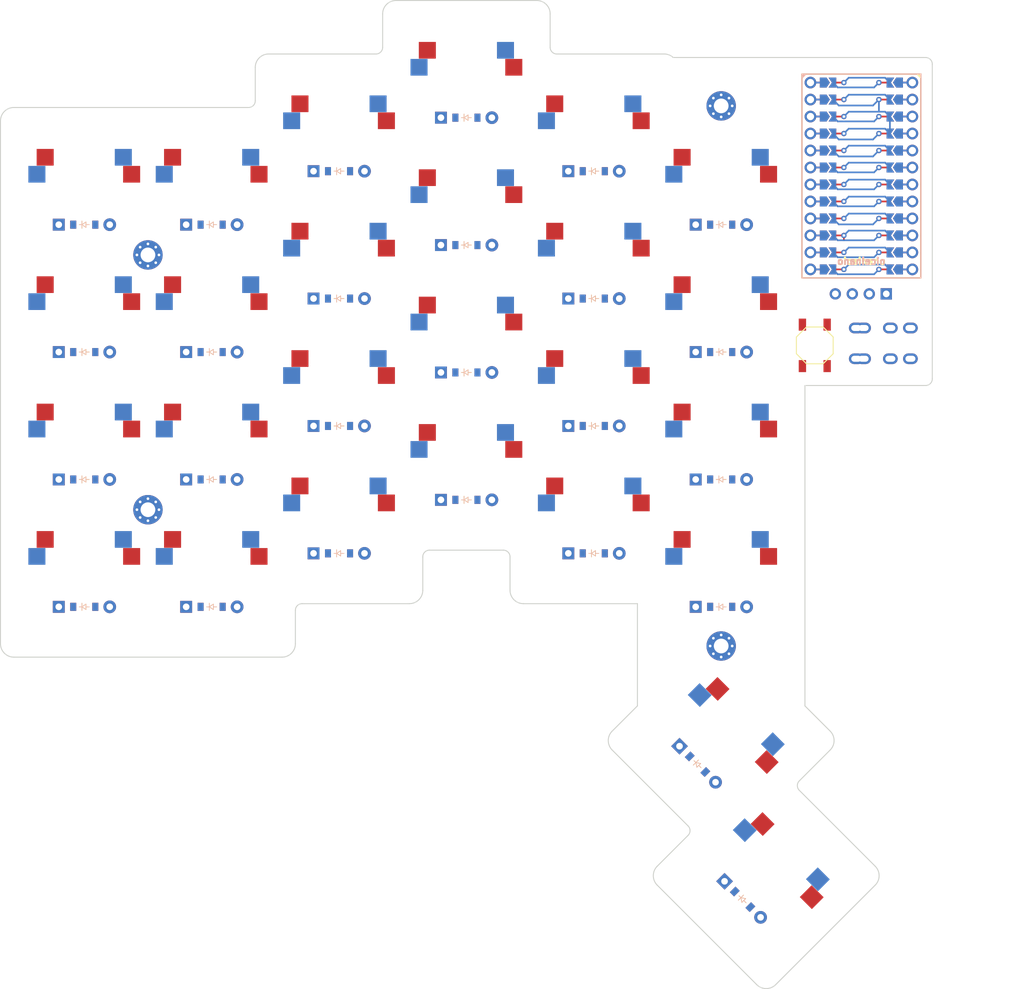
<source format=kicad_pcb>
(kicad_pcb (version 20241229) (generator "pcbnew") (generator_version "9.0")
  (title_block (title "main_pcb") (rev "v1.0.0") (company "Unknown"))
  (layers (0 "F.Cu" signal) (2 "B.Cu" signal) (13 "F.Paste" user) (15 "B.Paste" user) (5 "F.SilkS" user) (7 "B.SilkS" user) (1 "F.Mask" user) (3 "B.Mask" user) (25 "Edge.Cuts" user))
  (net 0 "")
  (net 1 "P14")
  (net 2 "pinky_bottom")
  (net 3 "pinky_home")
  (net 4 "pinky_num")
  (net 5 "pinky_top")
  (net 6 "P16")
  (net 7 "ring_bottom")
  (net 8 "ring_home")
  (net 9 "ring_num")
  (net 10 "ring_top")
  (net 11 "P10")
  (net 12 "middle_bottom")
  (net 13 "middle_home")
  (net 14 "middle_num")
  (net 15 "middle_top")
  (net 16 "P7")
  (net 17 "index_bottom")
  (net 18 "index_home")
  (net 19 "index_num")
  (net 20 "index_top")
  (net 21 "P8")
  (net 22 "inner_bottom")
  (net 23 "inner_home")
  (net 24 "inner_num")
  (net 25 "inner_top")
  (net 26 "P9")
  (net 27 "aditional_bottom")
  (net 28 "aditional_home")
  (net 29 "aditional_num")
  (net 30 "aditional_top")
  (net 31 "one_main")
  (net 32 "two_main")
  (net 33 "P18")
  (net 34 "P19")
  (net 35 "P20")
  (net 36 "P21")
  (net 37 "P15")
  (net 38 "RAW")
  (net 39 "GND")
  (net 40 "RST")
  (net 41 "VCC")
  (net 42 "P1")
  (net 43 "P0")
  (net 44 "P2")
  (net 45 "P3")
  (net 46 "P4")
  (net 47 "P5")
  (net 48 "P6")
  (net 49 "1")
  (net 50 "2")
  (net 51 "3")
  (net 52 "4")
  (net 53 "5")
  (net 54 "6")
  (net 55 "7")
  (net 56 "8")
  (net 57 "9")
  (net 58 "10")
  (net 59 "11")
  (net 60 "12")
  (net 61 "13")
  (net 62 "14")
  (net 63 "15")
  (net 64 "16")
  (net 65 "17")
  (net 66 "18")
  (net 67 "19")
  (net 68 "20")
  (net 69 "21")
  (net 70 "22")
  (net 71 "23")
  (net 72 "24")
  (footprint "E73:SW_TACT_ALPS_SKQGABE010" (layer "F.Cu") (at 259.25 115.9 90)
    (property "Reference" "B1" (hide yes))
    (property "Value" "" (hide yes))
  )
  (footprint "ComboDiode" (layer "F.Cu") (at 188.1 147)
    (property "Reference" "D9" (hide yes))
    (property "Value" "" (hide yes))
  )
  (footprint "ComboDiode" (layer "F.Cu") (at 150 97.85)
    (property "Reference" "D4" (hide yes))
    (property "Value" "" (hide yes))
  )
  (footprint "ComboDiode" (layer "F.Cu") (at 245.25 97.85)
    (property "Reference" "D24" (hide yes))
    (property "Value" "" (hide yes))
  )
  (footprint "ComboDiode" (layer "F.Cu") (at 226.2 127.95)
    (property "Reference" "D18" (hide yes))
    (property "Value" "" (hide yes))
  )
  (footprint "ComboDiode" (layer "F.Cu") (at 207.15 139)
    (property "Reference" "D13" (hide yes))
    (property "Value" "" (hide yes))
  )
  (footprint "MX" (layer "F.Cu") (at 251.985192 195.205576 -45)
    (property "Reference" "S26" (hide yes))
    (property "Value" "" (hide yes))
  )
  (footprint "MX" (layer "F.Cu") (at 245.25 130.95)
    (property "Reference" "S22" (hide yes))
    (property "Value" "" (hide yes))
  )
  (footprint "MX" (layer "F.Cu") (at 188.1 84.85)
    (property "Reference" "S12" (hide yes))
    (property "Value" "" (hide yes))
  )
  (footprint "MX" (layer "F.Cu") (at 188.1 103.9)
    (property "Reference" "S11" (hide yes))
    (property "Value" "" (hide yes))
  )
  (footprint "nice!nano_v2" (layer "F.Cu") (at 266.219992 90.569994)
    (property "Reference" "MCU1" (hide yes))
    (property "Value" "nice!nano_v2" (hide yes))
  )
  (footprint "MX" (layer "F.Cu") (at 188.1 142)
    (property "Reference" "S9" (hide yes))
    (property "Value" "" (hide yes))
  )
  (footprint "ComboDiode" (layer "F.Cu") (at 245.25 135.95)
    (property "Reference" "D22" (hide yes))
    (property "Value" "" (hide yes))
  )
  (footprint "ComboDiode" (layer "F.Cu") (at 169.05 155)
    (property "Reference" "D5" (hide yes))
    (property "Value" "" (hide yes))
  )
  (footprint "MX" (layer "F.Cu") (at 150 92.85)
    (property "Reference" "S4" (hide yes))
    (property "Value" "" (hide yes))
  )
  (footprint "MX" (layer "F.Cu") (at 226.2 84.85)
    (property "Reference" "S20" (hide yes))
    (property "Value" "" (hide yes))
  )
  (footprint "MX" (layer "F.Cu") (at 207.15 95.9)
    (property "Reference" "S15" (hide yes))
    (property "Value" "" (hide yes))
  )
  (footprint "ComboDiode" (layer "F.Cu") (at 241.714466 178.535534 -45)
    (property "Reference" "D25" (hide yes))
    (property "Value" "" (hide yes))
  )
  (footprint "ComboDiode" (layer "F.Cu") (at 188.1 108.9)
    (property "Reference" "D11" (hide yes))
    (property "Value" "" (hide yes))
  )
  (footprint "ComboDiode" (layer "F.Cu") (at 150 155)
    (property "Reference" "D1" (hide yes))
    (property "Value" "" (hide yes))
  )
  (footprint "ComboDiode" (layer "F.Cu") (at 226.2 89.85)
    (property "Reference" "D20" (hide yes))
    (property "Value" "" (hide yes))
  )
  (footprint "MX" (layer "F.Cu") (at 169.05 150)
    (property "Reference" "S5" (hide yes))
    (property "Value" "" (hide yes))
  )
  (footprint "ComboDiode" (layer "F.Cu") (at 226.2 108.9)
    (property "Reference" "D19" (hide yes))
    (property "Value" "" (hide yes))
  )
  (footprint "ComboDiode" (layer "F.Cu") (at 207.15 119.95)
    (property "Reference" "D14" (hide yes))
    (property "Value" "" (hide yes))
  )
  (footprint "MX" (layer "F.Cu") (at 169.05 92.85)
    (property "Reference" "S8" (hide yes))
    (property "Value" "" (hide yes))
  )
  (footprint "MX" (layer "F.Cu") (at 188.1 122.95)
    (property "Reference" "S10" (hide yes))
    (property "Value" "" (hide yes))
  )
  (footprint "ComboDiode" (layer "F.Cu") (at 226.2 147)
    (property "Reference" "D17" (hide yes))
    (property "Value" "" (hide yes))
  )
  (footprint "ComboDiode" (layer "F.Cu") (at 169.05 116.9)
    (property "Reference" "D7" (hide yes))
    (property "Value" "" (hide yes))
  )
  (footprint "ComboDiode" (layer "F.Cu") (at 188.1 89.85)
    (property "Reference" "D12" (hide yes))
    (property "Value" "" (hide yes))
  )
  (footprint "ComboDiode" (layer "F.Cu") (at 248.449658 198.74111 -45)
    (property "Reference" "D26" (hide yes))
    (property "Value" "" (hide yes))
  )
  (footprint "TRRS-PJ-320A-dual" (layer "F.Cu") (at 276.75 117.9 -90)
    (property "Reference" "TRRS1")
    (property "Value" "TRRS-PJ-320A-dual")
  )
  (footprint "MX" (layer "F.Cu") (at 226.2 103.9)
    (property "Reference" "S19" (hide yes))
    (property "Value" "" (hide yes))
  )
  (footprint "ComboDiode" (layer "F.Cu") (at 207.15 81.85)
    (property "Reference" "D16" (hide yes))
    (property "Value" "" (hide yes))
  )
  (footprint "MX" (layer "F.Cu") (at 150 150)
    (property "Reference" "S1" (hide yes))
    (property "Value" "" (hide yes))
  )
  (footprint "MX" (layer "F.Cu") (at 169.05 130.95)
    (property "Reference" "S6" (hide yes))
    (property "Value" "" (hide yes))
  )
  (footprint "MX" (layer "F.Cu") (at 169.05 111.9)
    (property "Reference" "S7" (hide yes))
    (property "Value" "" (hide yes))
  )
  (footprint "ComboDiode" (layer "F.Cu") (at 188.1 127.95)
    (property "Reference" "D10" (hide yes))
    (property "Value" "" (hide yes))
  )
  (footprint "MX" (layer "F.Cu") (at 207.15 76.85)
    (property "Reference" "S16" (hide yes))
    (property "Value" "" (hide yes))
  )
  (footprint "MX" (layer "F.Cu") (at 226.2 142)
    (property "Reference" "S17" (hide yes))
    (property "Value" "" (hide yes))
  )
  (footprint "MX" (layer "F.Cu") (at 207.15 134)
    (property "Reference" "S13" (hide yes))
    (property "Value" "" (hide yes))
  )
  (footprint "MX" (layer "F.Cu") (at 226.2 122.95)
    (property "Reference" "S18" (hide yes))
    (property "Value" "" (hide yes))
  )
  (footprint "MountingHole_2.2mm_M2_Pad_Via" (layer "F.Cu") (at 245.25 80.0865)
    (property "Reference" "_3" (hide yes))
    (property "Value" "")
  )
  (footprint "ComboDiode" (layer "F.Cu") (at 169.05 135.95)
    (property "Reference" "D6" (hide yes))
    (property "Value" "" (hide yes))
  )
  (footprint "MX" (layer "F.Cu") (at 245.25 150)
    (property "Reference" "S21" (hide yes))
    (property "Value" "" (hide yes))
  )
  (footprint "ComboDiode" (layer "F.Cu") (at 150 116.9)
    (property "Reference" "D3" (hide yes))
    (property "Value" "" (hide yes))
  )
  (footprint "ComboDiode" (layer "F.Cu") (at 150 135.95)
    (property "Reference" "D2" (hide yes))
    (property "Value" "" (hide yes))
  )
  (footprint "ComboDiode" (layer "F.Cu") (at 245.25 155)
    (property "Reference" "D21" (hide yes))
    (property "Value" "" (hide yes))
  )
  (footprint "MX" (layer "F.Cu") (at 245.25 175 -45)
    (property "Reference" "S25" (hide yes))
    (property "Value" "" (hide yes))
  )
  (footprint "ComboDiode" (layer "F.Cu") (at 245.25 116.9)
    (property "Reference" "D23" (hide yes))
    (property "Value" "" (hide yes))
  )
  (footprint "MX" (layer "F.Cu") (at 245.25 111.9)
    (property "Reference" "S23" (hide yes))
    (property "Value" "" (hide yes))
  )
  (footprint "MountingHole_2.2mm_M2_Pad_Via" (layer "F.Cu") (at 245.25 160.8585)
    (property "Reference" "_4" (hide yes))
    (property "Value" "")
  )
  (footprint "MX" (layer "F.Cu") (at 150 111.9)
    (property "Reference" "S3" (hide yes))
    (property "Value" "" (hide yes))
  )
  (footprint "MountingHole_2.2mm_M2_Pad_Via" (layer "F.Cu") (at 159.525 102.375)
    (property "Reference" "_1" (hide yes))
    (property "Value" "")
  )
  (footprint "MX" (layer "F.Cu") (at 207.15 114.95)
    (property "Reference" "S14" (hide yes))
    (property "Value" "" (hide yes))
  )
  (footprint "lib:OLED_headers" (layer "F.Cu") (at 260.14 109.8 90)
    (property "Reference" "OLED1" (hide yes))
    (property "Value" "OLED")
  )
  (footprint "MX" (layer "F.Cu") (at 150 130.95)
    (property "Reference" "S2" (hide yes))
    (property "Value" "" (hide yes))
  )
  (footprint "MountingHole_2.2mm_M2_Pad_Via" (layer "F.Cu") (at 159.525 140.475)
    (property "Reference" "_2" (hide yes))
    (property "Value" "")
  )
  (footprint "MX" (layer "F.Cu") (at 245.25 92.85)
    (property "Reference" "S24" (hide yes))
    (property "Value" "" (hide yes))
  )
  (footprint "ComboDiode" (layer "F.Cu") (at 169.05 97.85)
    (property "Reference" "D8" (hide yes))
    (property "Value" "" (hide yes))
  )
  (footprint "ComboDiode" (layer "F.Cu") (at 207.15 100.9)
    (property "Reference" "D15" (hide yes))
    (property "Value" "" (hide yes))
  )
  (gr_line (start 220.675 72.325) (end 236.725 72.325) (stroke (width 0.15)) (layer "Edge.Cuts"))
  (gr_line (start 217.675 64.325) (end 196.625 64.325) (stroke (width 0.15)) (layer "Edge.Cuts"))
  (gr_line (start 213.675 147.525) (end 213.675 152.525) (stroke (width 0.15)) (layer "Edge.Cuts"))
  (gr_line (start 268.284003 193.791363) (end 256.93494 182.442299) (stroke (width 0.15)) (layer "Edge.Cuts"))
  (gr_arc (start 194.625 66.325) (mid 195.210786 64.910786) (end 196.625 64.325) (stroke (width 0.15)) (layer "Edge.Cuts"))
  (gr_line (start 276.825 120.9) (end 276.825 73.85) (stroke (width 0.15)) (layer "Edge.Cuts"))
  (gr_arc (start 261.548812 173.585787) (mid 262.134598 175.000001) (end 261.548811 176.414214) (stroke (width 0.15)) (layer "Edge.Cuts"))
  (gr_line (start 139.475 162.525) (end 179.575 162.525) (stroke (width 0.15)) (layer "Edge.Cuts"))
  (gr_arc (start 240.300253 187.763277) (mid 240.593146 188.470384) (end 240.300253 189.177491) (stroke (width 0.15)) (layer "Edge.Cuts"))
  (gr_arc (start 256.934939 182.442298) (mid 256.642046 181.735191) (end 256.93494 181.028085) (stroke (width 0.15)) (layer "Edge.Cuts"))
  (gr_arc (start 137.475 82.325) (mid 138.060786 80.910786) (end 139.475 80.325) (stroke (width 0.15)) (layer "Edge.Cuts"))
  (gr_arc (start 181.575 160.525) (mid 180.989214 161.939214) (end 179.575 162.525) (stroke (width 0.15)) (layer "Edge.Cuts"))
  (gr_line (start 257.775 121.9) (end 275.825 121.9) (stroke (width 0.15)) (layer "Edge.Cuts"))
  (gr_line (start 256.93494 181.028085) (end 261.548811 176.414214) (stroke (width 0.15)) (layer "Edge.Cuts"))
  (gr_line (start 175.575 74.325) (end 175.575 79.325) (stroke (width 0.15)) (layer "Edge.Cuts"))
  (gr_line (start 253.399406 211.504388) (end 268.284003 196.61979) (stroke (width 0.15)) (layer "Edge.Cuts"))
  (gr_arc (start 220.675 72.325) (mid 219.967893 72.032107) (end 219.675 71.325) (stroke (width 0.15)) (layer "Edge.Cuts"))
  (gr_arc (start 200.625 152.525) (mid 200.039214 153.939214) (end 198.625 154.525) (stroke (width 0.15)) (layer "Edge.Cuts"))
  (gr_line (start 235.686381 196.61979) (end 250.570979 211.504388) (stroke (width 0.15)) (layer "Edge.Cuts"))
  (gr_arc (start 181.575 155.525) (mid 181.867893 154.817893) (end 182.575 154.525) (stroke (width 0.15)) (layer "Edge.Cuts"))
  (gr_line (start 232.725 169.811975) (end 228.951189 173.585786) (stroke (width 0.15)) (layer "Edge.Cuts"))
  (gr_line (start 177.575 72.325) (end 193.625 72.325) (stroke (width 0.15)) (layer "Edge.Cuts"))
  (gr_arc (start 175.575 74.325) (mid 176.160786 72.910786) (end 177.575 72.325) (stroke (width 0.15)) (layer "Edge.Cuts"))
  (gr_line (start 261.548811 173.585786) (end 257.775 169.811975) (stroke (width 0.15)) (layer "Edge.Cuts"))
  (gr_line (start 181.575 160.525) (end 181.575 155.525) (stroke (width 0.15)) (layer "Edge.Cuts"))
  (gr_line (start 240.300252 189.177491) (end 235.686381 193.791363) (stroke (width 0.15)) (layer "Edge.Cuts"))
  (gr_line (start 219.675 71.325) (end 219.675 66.325) (stroke (width 0.15)) (layer "Edge.Cuts"))
  (gr_line (start 139.475 80.325) (end 174.575 80.325) (stroke (width 0.15)) (layer "Edge.Cuts"))
  (gr_arc (start 217.675 64.325) (mid 219.089214 64.910786) (end 219.675 66.325) (stroke (width 0.15)) (layer "Edge.Cuts"))
  (gr_line (start 194.625 66.325) (end 194.625 71.325) (stroke (width 0.15)) (layer "Edge.Cuts"))
  (gr_line (start 275.825 72.85) (end 238.075694 72.85) (stroke (width 0.15)) (layer "Edge.Cuts"))
  (gr_line (start 228.951189 176.414214) (end 240.300252 187.763277) (stroke (width 0.15)) (layer "Edge.Cuts"))
  (gr_line (start 182.575 154.525) (end 198.625 154.525) (stroke (width 0.15)) (layer "Edge.Cuts"))
  (gr_arc (start 228.951188 176.414213) (mid 228.365402 174.999999) (end 228.951189 173.585786) (stroke (width 0.15)) (layer "Edge.Cuts"))
  (gr_line (start 137.475 160.525) (end 137.475 82.325) (stroke (width 0.15)) (layer "Edge.Cuts"))
  (gr_arc (start 275.825 72.85) (mid 276.532107 73.142893) (end 276.825 73.85) (stroke (width 0.15)) (layer "Edge.Cuts"))
  (gr_line (start 257.775 169.811975) (end 257.775 121.9) (stroke (width 0.15)) (layer "Edge.Cuts"))
  (gr_arc (start 200.625 147.525) (mid 200.917893 146.817893) (end 201.625 146.525) (stroke (width 0.15)) (layer "Edge.Cuts"))
  (gr_arc (start 212.675 146.525) (mid 213.382107 146.817893) (end 213.675 147.525) (stroke (width 0.15)) (layer "Edge.Cuts"))
  (gr_line (start 232.725 169.811975) (end 232.725 154.525) (stroke (width 0.15)) (layer "Edge.Cuts"))
  (gr_arc (start 236.725 72.325) (mid 237.449569 72.460865) (end 238.075694 72.85) (stroke (width 0.15)) (layer "Edge.Cuts"))
  (gr_arc (start 253.399406 211.504387) (mid 251.985193 212.090174) (end 250.570979 211.504388) (stroke (width 0.15)) (layer "Edge.Cuts"))
  (gr_line (start 201.625 146.525) (end 212.675 146.525) (stroke (width 0.15)) (layer "Edge.Cuts"))
  (gr_arc (start 235.686381 196.619789) (mid 235.100595 195.205576) (end 235.686381 193.791363) (stroke (width 0.15)) (layer "Edge.Cuts"))
  (gr_line (start 215.675 154.525) (end 232.725 154.525) (stroke (width 0.15)) (layer "Edge.Cuts"))
  (gr_arc (start 194.625 71.325) (mid 194.332107 72.032107) (end 193.625 72.325) (stroke (width 0.15)) (layer "Edge.Cuts"))
  (gr_line (start 200.625 152.525) (end 200.625 147.525) (stroke (width 0.15)) (layer "Edge.Cuts"))
  (gr_arc (start 139.475 162.525) (mid 138.060786 161.939214) (end 137.475 160.525) (stroke (width 0.15)) (layer "Edge.Cuts"))
  (gr_arc (start 276.825 120.9) (mid 276.532107 121.607107) (end 275.825 121.9) (stroke (width 0.15)) (layer "Edge.Cuts"))
  (gr_arc (start 215.675 154.525) (mid 214.260786 153.939214) (end 213.675 152.525) (stroke (width 0.15)) (layer "Edge.Cuts"))
  (gr_arc (start 268.284004 193.791363) (mid 268.86979 195.205577) (end 268.284003 196.61979) (stroke (width 0.15)) (layer "Edge.Cuts"))
  (gr_arc (start 175.575 79.325) (mid 175.282107 80.032107) (end 174.575 80.325) (stroke (width 0.15)) (layer "Edge.Cuts"))
  (segment (start 270.484989 99.460004) (end 268.840006 99.459997) (width 0.25) (layer "F.Cu") (net 1))
  (segment (start 268.840006 99.459997) (end 268.840003 99.459998) (width 0.25) (layer "F.Cu") (net 1))
  (segment (start 268.839998 99.531699) (end 268.84 99.459999) (width 0.25) (layer "B.Cu") (net 1))
  (segment (start 262.680001 100.184996) (end 268.115006 100.184995) (width 0.25) (layer "B.Cu") (net 1))
  (segment (start 261.954988 99.460004) (end 262.680001 100.184996) (width 0.25) (layer "B.Cu") (net 1))
  (segment (start 268.115006 100.184995) (end 268.840003 99.459998) (width 0.25) (layer "B.Cu") (net 1))
  (segment (start 270.484995 101.999996) (end 268.839999 101.999996) (width 0.25) (layer "F.Cu") (net 6))
  (segment (start 268.839999 101.999996) (end 268.839994 101.999998) (width 0.25) (layer "F.Cu") (net 6))
  (segment (start 268.115004 102.724997) (end 268.839994 101.999998) (width 0.25) (layer "B.Cu") (net 6))
  (segment (start 262.679991 102.724998) (end 268.115004 102.724997) (width 0.25) (layer "B.Cu") (net 6))
  (segment (start 268.839996 102.071696) (end 268.839995 102) (width 0.25) (layer "B.Cu") (net 6))
  (segment (start 261.954995 101.999996) (end 262.679991 102.724998) (width 0.25) (layer "B.Cu") (net 6))
  (segment (start 270.484998 104.539999) (end 268.839993 104.540002) (width 0.25) (layer "F.Cu") (net 11))
  (segment (start 262.679988 105.265002) (end 268.114997 105.265009) (width 0.25) (layer "B.Cu") (net 11))
  (segment (start 261.955002 104.539999) (end 262.679988 105.265002) (width 0.25) (layer "B.Cu") (net 11))
  (segment (start 268.114997 105.265009) (end 268.839993 104.540002) (width 0.25) (layer "B.Cu") (net 11))
  (segment (start 263.600001 99.459998) (end 263.600001 99.459997) (width 0.25) (layer "F.Cu") (net 16))
  (segment (start 263.6 100.067725) (end 263.600001 99.459997) (width 0.25) (layer "F.Cu") (net 16))
  (segment (start 261.954988 99.460004) (end 263.600001 99.459998) (width 0.25) (layer "F.Cu") (net 16))
  (segment (start 270.484989 99.460004) (end 269.759988 98.734992) (width 0.25) (layer "B.Cu") (net 16))
  (segment (start 269.759988 98.734992) (end 264.325001 98.734995) (width 0.25) (layer "B.Cu") (net 16))
  (segment (start 264.325001 98.734995) (end 263.600001 99.459997) (width 0.25) (layer "B.Cu") (net 16))
  (segment (start 261.954995 101.999996) (end 263.599995 101.999995) (width 0.25) (layer "F.Cu") (net 21))
  (segment (start 263.599995 101.999995) (end 263.599994 101.999991) (width 0.25) (layer "F.Cu") (net 21))
  (segment (start 269.759998 101.274998) (end 264.324994 101.275004) (width 0.25) (layer "B.Cu") (net 21))
  (segment (start 270.484995 101.999996) (end 269.759998 101.274998) (width 0.25) (layer "B.Cu") (net 21))
  (segment (start 264.324994 101.275004) (end 263.599994 101.999991) (width 0.25) (layer "B.Cu") (net 21))
  (segment (start 261.955002 104.539999) (end 263.599993 104.539998) (width 0.25) (layer "F.Cu") (net 26))
  (segment (start 263.599993 104.539998) (end 263.6 104.540003) (width 0.25) (layer "F.Cu") (net 26))
  (segment (start 264.325005 103.814999) (end 263.6 104.540003) (width 0.25) (layer "B.Cu") (net 26))
  (segment (start 270.484998 104.539999) (end 269.759989 103.814997) (width 0.25) (layer "B.Cu") (net 26))
  (segment (start 269.759989 103.814997) (end 264.325005 103.814999) (width 0.25) (layer "B.Cu") (net 26))
  (segment (start 268.84 94.379999) (end 270.484991 94.379995) (width 0.25) (layer "F.Cu") (net 33))
  (segment (start 268.114999 95.104994) (end 268.84 94.379999) (width 0.25) (layer "B.Cu") (net 33))
  (segment (start 261.954987 94.379999) (end 262.679994 95.104995) (width 0.25) (layer "B.Cu") (net 33))
  (segment (start 262.679994 95.104995) (end 268.114999 95.104994) (width 0.25) (layer "B.Cu") (net 33))
  (segment (start 268.840007 91.839997) (end 270.484987 91.839996) (width 0.25) (layer "F.Cu") (net 34))
  (segment (start 261.954999 91.839999) (end 262.679992 92.564997) (width 0.25) (layer "B.Cu") (net 34))
  (segment (start 262.679992 92.564997) (end 268.115 92.565) (width 0.25) (layer "B.Cu") (net 34))
  (segment (start 268.115 92.565) (end 268.839998 91.840006) (width 0.25) (layer "B.Cu") (net 34))
  (segment (start 268.840005 89.300001) (end 270.484992 89.300009) (width 0.25) (layer "F.Cu") (net 35))
  (segment (start 268.84 89.299994) (end 268.840005 89.300001) (width 0.25) (layer "F.Cu") (net 35))
  (segment (start 262.679998 90.025001) (end 268.114996 90.025002) (width 0.25) (layer "B.Cu") (net 35))
  (segment (start 261.954998 89.299999) (end 262.679998 90.025001) (width 0.25) (layer "B.Cu") (net 35))
  (segment (start 268.114996 90.025002) (end 268.84 89.299994) (width 0.25) (layer "B.Cu") (net 35))
  (segment (start 268.84 86.759995) (end 268.839998 86.759997) (width 0.25) (layer "F.Cu") (net 36))
  (segment (start 270.485 86.759996) (end 268.84 86.759995) (width 0.25) (layer "F.Cu") (net 36))
  (segment (start 262.84168 87.646699) (end 267.953311 87.646694) (width 0.25) (layer "B.Cu") (net 36))
  (segment (start 267.953311 87.646694) (end 268.839998 86.759997) (width 0.25) (layer "B.Cu") (net 36))
  (segment (start 261.954997 86.76) (end 262.84168 87.646699) (width 0.25) (layer "B.Cu") (net 36))
  (segment (start 270.484996 96.919999) (end 268.839994 96.920001) (width 0.25) (layer "F.Cu") (net 37))
  (segment (start 268.839994 96.920001) (end 268.839996 96.920002) (width 0.25) (layer "F.Cu") (net 37))
  (segment (start 267.953304 97.806685) (end 268.839996 96.920002) (width 0.25) (layer "B.Cu") (net 37))
  (segment (start 261.954996 96.920002) (end 262.84169 97.806692) (width 0.25) (layer "B.Cu") (net 37))
  (segment (start 262.84169 97.806692) (end 267.953304 97.806685) (width 0.25) (layer "B.Cu") (net 37))
  (segment (start 268.839997 76.599998) (end 270.484996 76.6) (width 0.25) (layer "F.Cu") (net 38))
  (segment (start 270.484996 76.6) (end 270.484997 76.600001) (width 0.25) (layer "F.Cu") (net 38))
  (segment (start 268.115005 77.325) (end 268.839997 76.599998) (width 0.25) (layer "B.Cu") (net 38))
  (segment (start 261.954995 76.600002) (end 262.67999 77.325) (width 0.25) (layer "B.Cu") (net 38))
  (segment (start 262.67999 77.325) (end 268.115005 77.325) (width 0.25) (layer "B.Cu") (net 38))
  (segment (start 268.839995 79.140005) (end 270.484991 79.140008) (width 0.25) (layer "F.Cu") (net 39))
  (segment (start 263.599993 84.22) (end 263.599994 84.22) (width 0.25) (layer "F.Cu") (net 39))
  (segment (start 261.954999 84.22) (end 263.599993 84.22) (width 0.25) (layer "F.Cu") (net 39))
  (segment (start 261.954991 81.680002) (end 263.599989 81.679999) (width 0.25) (layer "F.Cu") (net 39))
  (segment (start 270.484991 79.140008) (end 270.484991 79.140003) (width 0.25) (layer "F.Cu") (net 39))
  (segment (start 263.599989 81.679999) (end 263.599996 81.680006) (width 0.25) (layer "F.Cu") (net 39))
  (segment (start 264.324998 83.494996) (end 263.599994 84.22) (width 0.25) (layer "B.Cu") (net 39))
  (segment (start 268.839995 79.140005) (end 268.840002 80.936945) (width 0.25) (layer "B.Cu") (net 39))
  (segment (start 261.955002 79.14) (end 262.841685 80.026688) (width 0.25) (layer "B.Cu") (net 39))
  (segment (start 268.821948 80.955) (end 264.325003 80.955004) (width 0.25) (layer "B.Cu") (net 39))
  (segment (start 264.325003 80.955004) (end 263.599996 81.680006) (width 0.25) (layer "B.Cu") (net 39))
  (segment (start 269.76 80.955) (end 268.821948 80.955) (width 0.25) (layer "B.Cu") (net 39))
  (segment (start 270.484985 81.680005) (end 270.484988 81.679999) (width 0.25) (layer "B.Cu") (net 39))
  (segment (start 270.484988 81.679999) (end 269.76 80.955) (width 0.25) (layer "B.Cu") (net 39))
  (segment (start 270.484994 84.220001) (end 270.484985 81.680005) (width 0.25) (layer "B.Cu") (net 39))
  (segment (start 269.759994 83.494998) (end 264.324998 83.494996) (width 0.25) (layer "B.Cu") (net 39))
  (segment (start 270.484994 84.220001) (end 269.759994 83.494998) (width 0.25) (layer "B.Cu") (net 39))
  (segment (start 268.840002 80.936945) (end 268.821948 80.955) (width 0.25) (layer "B.Cu") (net 39))
  (segment (start 267.953313 80.026694) (end 268.839995 79.140005) (width 0.25) (layer "B.Cu") (net 39))
  (segment (start 262.841685 80.026688) (end 267.953313 80.026694) (width 0.25) (layer "B.Cu") (net 39))
  (segment (start 270.484988 81.679999) (end 268.840001 81.679997) (width 0.25) (layer "F.Cu") (net 40))
  (segment (start 268.114999 82.405007) (end 268.840001 81.679997) (width 0.25) (layer "B.Cu") (net 40))
  (segment (start 261.954991 81.680002) (end 262.679997 82.405001) (width 0.25) (layer "B.Cu") (net 40))
  (segment (start 262.679997 82.405001) (end 268.114999 82.405007) (width 0.25) (layer "B.Cu") (net 40))
  (segment (start 268.839995 84.220004) (end 268.839995 84.220002) (width 0.25) (layer "F.Cu") (net 41))
  (segment (start 270.484994 84.220001) (end 268.839995 84.220004) (width 0.25) (layer "F.Cu") (net 41))
  (segment (start 261.954999 84.22) (end 262.84169 85.106692) (width 0.25) (layer "B.Cu") (net 41))
  (segment (start 262.84169 85.106692) (end 267.953301 85.106691) (width 0.25) (layer "B.Cu") (net 41))
  (segment (start 267.953301 85.106691) (end 268.839995 84.220002) (width 0.25) (layer "B.Cu") (net 41))
  (segment (start 261.954995 76.600002) (end 263.599994 76.600005) (width 0.25) (layer "F.Cu") (net 42))
  (segment (start 270.484997 76.600001) (end 269.759993 75.875001) (width 0.25) (layer "B.Cu") (net 42))
  (segment (start 269.759993 75.875001) (end 264.325 75.874999) (width 0.25) (layer "B.Cu") (net 42))
  (segment (start 264.325 75.874999) (end 263.599994 76.600005) (width 0.25) (layer "B.Cu") (net 42))
  (segment (start 263.599994 79.140001) (end 263.6 79.139996) (width 0.25) (layer "F.Cu") (net 43))
  (segment (start 261.955002 79.14) (end 263.599994 79.140001) (width 0.25) (layer "F.Cu") (net 43))
  (segment (start 269.75999 78.41501) (end 264.325001 78.415002) (width 0.25) (layer "B.Cu") (net 43))
  (segment (start 270.484991 79.140003) (end 269.75999 78.41501) (width 0.25) (layer "B.Cu") (net 43))
  (segment (start 264.325001 78.415002) (end 263.6 79.139996) (width 0.25) (layer "B.Cu") (net 43))
  (segment (start 261.954997 86.76) (end 263.599989 86.760002) (width 0.25) (layer "F.Cu") (net 44))
  (segment (start 263.599989 86.760002) (end 263.600008 86.759995) (width 0.25) (layer "F.Cu") (net 44))
  (segment (start 270.485 86.759996) (end 269.759991 86.035006) (width 0.25) (layer "B.Cu") (net 44))
  (segment (start 269.759991 86.035006) (end 264.324992 86.035007) (width 0.25) (layer "B.Cu") (net 44))
  (segment (start 264.324992 86.035007) (end 263.600008 86.759995) (width 0.25) (layer "B.Cu") (net 44))
  (segment (start 263.600007 89.300007) (end 263.600007 89.300006) (width 0.25) (layer "F.Cu") (net 45))
  (segment (start 261.954998 89.299999) (end 263.600007 89.300007) (width 0.25) (layer "F.Cu") (net 45))
  (segment (start 264.325 88.575003) (end 263.600007 89.300006) (width 0.25) (layer "B.Cu") (net 45))
  (segment (start 269.759993 88.574999) (end 264.325 88.575003) (width 0.25) (layer "B.Cu") (net 45))
  (segment (start 270.484992 89.300009) (end 269.759993 88.574999) (width 0.25) (layer "B.Cu") (net 45))
  (segment (start 261.954999 91.839999) (end 263.6 91.84001) (width 0.25) (layer "F.Cu") (net 46))
  (segment (start 270.484987 91.839996) (end 269.759994 91.114995) (width 0.25) (layer "B.Cu") (net 46))
  (segment (start 269.759994 91.114995) (end 264.324999 91.114998) (width 0.25) (layer "B.Cu") (net 46))
  (segment (start 264.324999 91.114998) (end 263.6 91.84001) (width 0.25) (layer "B.Cu") (net 46))
  (segment (start 261.954987 94.379999) (end 263.6 94.379996) (width 0.25) (layer "F.Cu") (net 47))
  (segment (start 263.6 94.379996) (end 263.600001 94.379995) (width 0.25) (layer "F.Cu") (net 47))
  (segment (start 269.759998 93.654998) (end 264.324997 93.655004) (width 0.25) (layer "B.Cu") (net 47))
  (segment (start 264.324997 93.655004) (end 263.600001 94.379995) (width 0.25) (layer "B.Cu") (net 47))
  (segment (start 270.484991 94.379995) (end 269.759998 93.654998) (width 0.25) (layer "B.Cu") (net 47))
  (segment (start 261.954996 96.920002) (end 263.599996 96.920006) (width 0.25) (layer "F.Cu") (net 48))
  (segment (start 269.75999 96.195004) (end 264.325005 96.195002) (width 0.25) (layer "B.Cu") (net 48))
  (segment (start 270.484996 96.919999) (end 269.75999 96.195004) (width 0.25) (layer "B.Cu") (net 48))
  (segment (start 264.325005 96.195002) (end 263.599996 96.920006) (width 0.25) (layer "B.Cu") (net 48))
  (segment (start 258.6 76.6) (end 260.505 76.600006) (width 0.25) (layer "F.Cu") (net 49))
  (segment (start 260.505 76.600006) (end 260.504995 76.600002) (width 0.25) (layer "F.Cu") (net 49))
  (segment (start 258.6 76.6) (end 260.505 76.600006) (width 0.25) (layer "B.Cu") (net 49))
  (segment (start 260.505 76.600006) (end 260.504995 76.600002) (width 0.25) (layer "B.Cu") (net 49))
  (segment (start 258.600002 79.14) (end 260.505001 79.14) (width 0.25) (layer "F.Cu") (net 50))
  (segment (start 258.600002 79.14) (end 260.505001 79.14) (width 0.25) (layer "B.Cu") (net 50))
  (segment (start 260.504995 81.679998) (end 260.505001 81.679998) (width 0.25) (layer "F.Cu") (net 51))
  (segment (start 258.599999 81.680001) (end 260.504995 81.679998) (width 0.25) (layer "F.Cu") (net 51))
  (segment (start 258.599999 81.680001) (end 260.504995 81.679998) (width 0.25) (layer "B.Cu") (net 51))
  (segment (start 260.504995 81.679998) (end 260.505001 81.679998) (width 0.25) (layer "B.Cu") (net 51))
  (segment (start 260.504999 84.220001) (end 260.504999 84.219998) (width 0.25) (layer "F.Cu") (net 52))
  (segment (start 258.600003 84.219995) (end 260.504999 84.220001) (width 0.25) (layer "F.Cu") (net 52))
  (segment (start 260.504999 84.220001) (end 260.504999 84.219998) (width 0.25) (layer "B.Cu") (net 52))
  (segment (start 258.600003 84.219995) (end 260.504999 84.220001) (width 0.25) (layer "B.Cu") (net 52))
  (segment (start 260.504999 86.759999) (end 260.505003 86.759993) (width 0.25) (layer "F.Cu") (net 53))
  (segment (start 258.599999 86.759998) (end 260.504999 86.759999) (width 0.25) (layer "F.Cu") (net 53))
  (segment (start 260.504999 86.759999) (end 260.505003 86.759993) (width 0.25) (layer "B.Cu") (net 53))
  (segment (start 258.599999 86.759998) (end 260.504999 86.759999) (width 0.25) (layer "B.Cu") (net 53))
  (segment (start 260.504997 89.299996) (end 260.505 89.299999) (width 0.25) (layer "F.Cu") (net 54))
  (segment (start 258.599994 89.300008) (end 260.504997 89.299996) (width 0.25) (layer "F.Cu") (net 54))
  (segment (start 260.504997 89.299996) (end 260.505 89.299999) (width 0.25) (layer "B.Cu") (net 54))
  (segment (start 258.599994 89.300008) (end 260.504997 89.299996) (width 0.25) (layer "B.Cu") (net 54))
  (segment (start 258.6 91.840001) (end 260.505 91.840003) (width 0.25) (layer "F.Cu") (net 55))
  (segment (start 260.505 91.840003) (end 260.505001 91.840004) (width 0.25) (layer "F.Cu") (net 55))
  (segment (start 258.6 91.840001) (end 260.505 91.840003) (width 0.25) (layer "B.Cu") (net 55))
  (segment (start 260.505 91.840003) (end 260.505001 91.840004) (width 0.25) (layer "B.Cu") (net 55))
  (segment (start 258.599996 94.379999) (end 260.504994 94.380004) (width 0.25) (layer "F.Cu") (net 56))
  (segment (start 260.504994 94.380004) (end 260.504993 94.38) (width 0.25) (layer "F.Cu") (net 56))
  (segment (start 258.599996 94.379999) (end 260.504994 94.380004) (width 0.25) (layer "B.Cu") (net 56))
  (segment (start 260.504994 94.380004) (end 260.504993 94.38) (width 0.25) (layer "B.Cu") (net 56))
  (segment (start 258.600004 96.919996) (end 260.504996 96.920001) (width 0.25) (layer "F.Cu") (net 57))
  (segment (start 260.504996 96.920001) (end 260.505 96.919999) (width 0.25) (layer "F.Cu") (net 57))
  (segment (start 258.600004 96.919996) (end 260.504996 96.920001) (width 0.25) (layer "B.Cu") (net 57))
  (segment (start 260.504996 96.920001) (end 260.505 96.919999) (width 0.25) (layer "B.Cu") (net 57))
  (segment (start 258.599995 99.459995) (end 260.505 99.46) (width 0.25) (layer "F.Cu") (net 58))
  (segment (start 258.599995 99.459995) (end 260.505 99.46) (width 0.25) (layer "B.Cu") (net 58))
  (segment (start 258.6 102.000002) (end 260.505001 102.000001) (width 0.25) (layer "F.Cu") (net 59))
  (segment (start 258.6 102.000002) (end 260.505001 102.000001) (width 0.25) (layer "B.Cu") (net 59))
  (segment (start 258.600008 104.539998) (end 260.504996 104.539998) (width 0.25) (layer "F.Cu") (net 60))
  (segment (start 260.504996 104.539998) (end 260.505001 104.539996) (width 0.25) (layer "F.Cu") (net 60))
  (segment (start 260.505001 104.539996) (end 258.600013 104.540001) (width 0.25) (layer "B.Cu") (net 60))
  (segment (start 258.600013 104.540001) (end 258.600008 104.539998) (width 0.25) (layer "B.Cu") (net 60))
  (segment (start 271.934999 104.540001) (end 273.839985 104.539999) (width 0.25) (layer "F.Cu") (net 61))
  (segment (start 273.839985 104.539999) (end 273.839986 104.539996) (width 0.25) (layer "F.Cu") (net 61))
  (segment (start 271.935004 104.539999) (end 271.934999 104.540001) (width 0.25) (layer "B.Cu") (net 61))
  (segment (start 273.839986 104.539996) (end 271.935004 104.539999) (width 0.25) (layer "B.Cu") (net 61))
  (segment (start 271.935 101.999994) (end 273.840001 102.000005) (width 0.25) (layer "F.Cu") (net 62))
  (segment (start 273.840001 102.000005) (end 271.935 101.999994) (width 0.25) (layer "B.Cu") (net 62))
  (segment (start 271.934996 99.460005) (end 273.839996 99.459997) (width 0.25) (layer "F.Cu") (net 63))
  (segment (start 273.839996 99.459997) (end 273.839995 99.459997) (width 0.25) (layer "F.Cu") (net 63))
  (segment (start 271.935 99.460007) (end 271.934996 99.460005) (width 0.25) (layer "B.Cu") (net 63))
  (segment (start 273.839995 99.459997) (end 271.935 99.460007) (width 0.25) (layer "B.Cu") (net 63))
  (segment (start 273.840003 96.920006) (end 273.840006 96.920001) (width 0.25) (layer "F.Cu") (net 64))
  (segment (start 271.934998 96.919998) (end 273.840003 96.920006) (width 0.25) (layer "F.Cu") (net 64))
  (segment (start 273.840006 96.920001) (end 271.934999 96.919996) (width 0.25) (layer "B.Cu") (net 64))
  (segment (start 271.934999 96.919996) (end 271.934998 96.919998) (width 0.25) (layer "B.Cu") (net 64))
  (segment (start 271.934998 94.380004) (end 273.840002 94.380005) (width 0.25) (layer "F.Cu") (net 65))
  (segment (start 273.840002 94.380005) (end 273.840004 94.380005) (width 0.25) (layer "F.Cu") (net 65))
  (segment (start 271.934998 94.380004) (end 271.934998 94.380004) (width 0.25) (layer "B.Cu") (net 65))
  (segment (start 273.840004 94.380005) (end 271.934998 94.380004) (width 0.25) (layer "B.Cu") (net 65))
  (segment (start 271.934996 91.840004) (end 273.839997 91.839995) (width 0.25) (layer "F.Cu") (net 66))
  (segment (start 273.839997 91.839995) (end 273.840001 91.839994) (width 0.25) (layer "F.Cu") (net 66))
  (segment (start 273.840001 91.839994) (end 271.934995 91.840004) (width 0.25) (layer "B.Cu") (net 66))
  (segment (start 271.934995 91.840004) (end 271.934996 91.840004) (width 0.25) (layer "B.Cu") (net 66))
  (segment (start 271.935005 89.300006) (end 273.839992 89.3) (width 0.25) (layer "F.Cu") (net 67))
  (segment (start 273.839992 89.3) (end 273.839998 89.299998) (width 0.25) (layer "F.Cu") (net 67))
  (segment (start 271.935005 89.300003) (end 271.935005 89.300006) (width 0.25) (layer "B.Cu") (net 67))
  (segment (start 273.839998 89.299998) (end 271.935005 89.300003) (width 0.25) (layer "B.Cu") (net 67))
  (segment (start 273.839992 86.760004) (end 273.839997 86.760002) (width 0.25) (layer "F.Cu") (net 68))
  (segment (start 271.935 86.759996) (end 273.839992 86.760004) (width 0.25) (layer "F.Cu") (net 68))
  (segment (start 273.839997 86.760002) (end 271.934998 86.759995) (width 0.25) (layer "B.Cu") (net 68))
  (segment (start 271.934998 86.759995) (end 271.935 86.759996) (width 0.25) (layer "B.Cu") (net 68))
  (segment (start 273.840004 84.220003) (end 273.840003 84.220004) (width 0.25) (layer "F.Cu") (net 69))
  (segment (start 271.934995 84.22) (end 273.840004 84.220003) (width 0.25) (layer "F.Cu") (net 69))
  (segment (start 271.934995 84.219999) (end 271.934995 84.22) (width 0.25) (layer "B.Cu") (net 69))
  (segment (start 273.840003 84.220004) (end 271.934995 84.219999) (width 0.25) (layer "B.Cu") (net 69))
  (segment (start 271.935001 81.68) (end 273.839998 81.680003) (width 0.25) (layer "F.Cu") (net 70))
  (segment (start 273.839998 81.680003) (end 271.935001 81.68) (width 0.25) (layer "B.Cu") (net 70))
  (segment (start 271.935004 79.140002) (end 273.839998 79.140001) (width 0.25) (layer "F.Cu") (net 71))
  (segment (start 273.839998 79.140001) (end 271.935004 79.140002) (width 0.25) (layer "B.Cu") (net 71))
  (segment (start 271.935 76.600001) (end 273.839996 76.59999) (width 0.25) (layer "F.Cu") (net 72))
  (segment (start 273.839996 76.59999) (end 273.839998 76.599991) (width 0.25) (layer "F.Cu") (net 72))
  (segment (start 273.839998 76.599991) (end 271.935001 76.600003) (width 0.25) (layer "B.Cu") (net 72))
  (segment (start 271.935001 76.600003) (end 271.935 76.600001) (width 0.25) (layer "B.Cu") (net 72))
)
</source>
